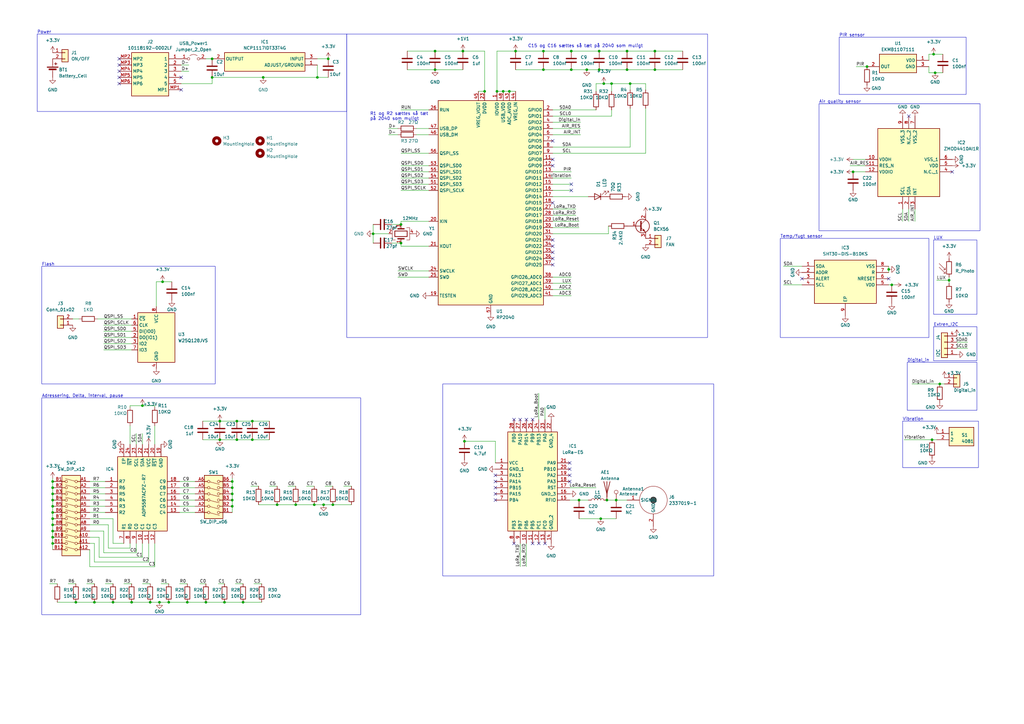
<source format=kicad_sch>
(kicad_sch (version 20230121) (generator eeschema)
  (paper "A3")
  (junction (at 21.59 205.105))
  (junction (at 130.175 31.75))
  (junction (at 65.405 247.015))
  (junction (at 237.49 205.105))
  (junction (at 21.59 220.345))
  (junction (at 258.445 34.29))
  (junction (at 240.665 28.575))
  (junction (at 136.525 207.01))
  (junction (at 211.455 20.955))
  (junction (at 250.825 34.29))
  (junction (at 268.605 20.955))
  (junction (at 247.65 34.29))
  (junction (at 246.38 212.725))
  (junction (at 382.905 22.225))
  (junction (at 164.465 92.075))
  (junction (at 21.59 215.265))
  (junction (at 86.995 24.13))
  (junction (at 134.62 24.13))
  (junction (at 257.175 20.955))
  (junction (at 257.175 28.575))
  (junction (at 190.5 180.975))
  (junction (at 92.075 247.015))
  (junction (at 245.745 28.575))
  (junction (at 268.605 28.575))
  (junction (at 234.315 28.575))
  (junction (at 97.155 180.34))
  (junction (at 21.59 202.565))
  (junction (at 222.885 20.955))
  (junction (at 95.25 205.105))
  (junction (at 234.315 20.955))
  (junction (at 21.59 197.485))
  (junction (at 99.695 247.015))
  (junction (at 128.905 207.01))
  (junction (at 189.865 20.955))
  (junction (at 206.375 37.465))
  (junction (at 389.255 114.935))
  (junction (at 84.455 247.015))
  (junction (at 121.285 207.01))
  (junction (at 203.835 37.465))
  (junction (at 90.17 172.72))
  (junction (at 208.915 37.465))
  (junction (at 58.42 166.37))
  (junction (at 69.215 247.015))
  (junction (at 113.665 207.01))
  (junction (at 132.715 207.01))
  (junction (at 21.59 207.645))
  (junction (at 21.59 222.885))
  (junction (at 21.59 210.185))
  (junction (at 95.25 200.025))
  (junction (at 382.27 180.34))
  (junction (at 365.76 116.84))
  (junction (at 252.73 205.105))
  (junction (at 21.59 200.025))
  (junction (at 107.95 31.75))
  (junction (at 95.25 207.645))
  (junction (at 86.995 31.75))
  (junction (at 97.155 172.72))
  (junction (at 38.735 247.015))
  (junction (at 164.465 99.695))
  (junction (at 385.445 157.48))
  (junction (at 364.49 110.49))
  (junction (at 198.755 37.465))
  (junction (at 248.92 205.105))
  (junction (at 90.17 180.34))
  (junction (at 21.59 212.725))
  (junction (at 153.035 95.885))
  (junction (at 46.355 247.015))
  (junction (at 61.595 247.015))
  (junction (at 76.835 247.015))
  (junction (at 95.25 197.485))
  (junction (at 103.505 172.72))
  (junction (at 103.505 180.34))
  (junction (at 21.59 217.805))
  (junction (at 53.975 247.015))
  (junction (at 66.675 115.57))
  (junction (at 178.435 20.955))
  (junction (at 222.885 28.575))
  (junction (at 31.115 247.015))
  (junction (at 349.885 70.485))
  (junction (at 178.435 28.575))
  (junction (at 245.745 20.955))
  (junction (at 383.54 29.845))
  (junction (at 95.25 202.565))
  (junction (at 355.6 27.305))
  (no_connect (at 233.68 197.485))
  (no_connect (at 226.695 65.405))
  (no_connect (at 213.36 172.085))
  (no_connect (at 234.315 78.105))
  (no_connect (at 203.2 202.565))
  (no_connect (at 234.315 75.565))
  (no_connect (at 48.895 31.75))
  (no_connect (at 226.695 100.965))
  (no_connect (at 233.68 194.945))
  (no_connect (at 203.2 194.945))
  (no_connect (at 203.2 197.485))
  (no_connect (at 233.68 192.405))
  (no_connect (at 226.695 67.945))
  (no_connect (at 372.745 47.625))
  (no_connect (at 226.695 106.045))
  (no_connect (at 364.49 114.3))
  (no_connect (at 226.695 103.505))
  (no_connect (at 210.82 222.885))
  (no_connect (at 48.895 34.29))
  (no_connect (at 48.895 29.21))
  (no_connect (at 48.895 26.67))
  (no_connect (at 218.44 172.085))
  (no_connect (at 203.2 200.025))
  (no_connect (at 226.695 83.185))
  (no_connect (at 226.695 108.585))
  (no_connect (at 226.695 57.785))
  (no_connect (at 390.525 70.485))
  (no_connect (at 226.695 98.425))
  (no_connect (at 233.68 189.865))
  (no_connect (at 74.295 36.83))
  (no_connect (at 328.93 114.3))
  (no_connect (at 215.9 172.085))
  (no_connect (at 218.44 222.885))
  (no_connect (at 48.895 24.13))
  (no_connect (at 220.98 222.885))
  (no_connect (at 203.2 205.105))
  (no_connect (at 223.52 222.885))
  (no_connect (at 74.295 31.75))
  (no_connect (at 210.82 172.085))
  (wire (pts (xy 164.465 78.105) (xy 175.895 78.105)))
  (wire (pts (xy 159.385 55.245) (xy 163.195 55.245)))
  (wire (pts (xy 189.865 20.955) (xy 198.755 20.955)))
  (wire (pts (xy 42.545 133.35) (xy 53.975 133.35)))
  (wire (pts (xy 349.885 70.485) (xy 354.965 70.485)))
  (wire (pts (xy 95.25 197.485) (xy 95.25 200.025)))
  (wire (pts (xy 20.32 239.395) (xy 23.495 239.395)))
  (wire (pts (xy 163.195 111.125) (xy 175.895 111.125)))
  (wire (pts (xy 250.825 34.29) (xy 250.825 37.465)))
  (wire (pts (xy 372.745 85.725) (xy 372.745 90.805)))
  (wire (pts (xy 63.5 167.005) (xy 63.5 166.37)))
  (wire (pts (xy 118.11 199.39) (xy 121.285 199.39)))
  (wire (pts (xy 58.42 177.8) (xy 58.42 182.245)))
  (wire (pts (xy 246.38 212.725) (xy 252.73 212.725)))
  (wire (pts (xy 160.655 99.695) (xy 164.465 99.695)))
  (wire (pts (xy 223.52 167.005) (xy 223.52 172.085)))
  (wire (pts (xy 38.735 247.015) (xy 46.355 247.015)))
  (wire (pts (xy 42.545 138.43) (xy 53.975 138.43)))
  (wire (pts (xy 58.42 166.37) (xy 63.5 166.37)))
  (wire (pts (xy 268.605 28.575) (xy 280.035 28.575)))
  (wire (pts (xy 95.25 202.565) (xy 95.25 205.105)))
  (wire (pts (xy 208.915 37.465) (xy 211.455 37.465)))
  (wire (pts (xy 106.045 207.01) (xy 113.665 207.01)))
  (wire (pts (xy 103.505 172.72) (xy 110.49 172.72)))
  (wire (pts (xy 374.015 157.48) (xy 385.445 157.48)))
  (wire (pts (xy 237.49 205.105) (xy 241.3 205.105)))
  (wire (pts (xy 103.505 180.34) (xy 110.49 180.34)))
  (wire (pts (xy 382.905 22.225) (xy 381 22.225)))
  (wire (pts (xy 233.68 205.105) (xy 237.49 205.105)))
  (wire (pts (xy 164.465 75.565) (xy 175.895 75.565)))
  (wire (pts (xy 58.42 239.395) (xy 61.595 239.395)))
  (wire (pts (xy 248.92 205.105) (xy 252.73 205.105)))
  (wire (pts (xy 226.695 80.645) (xy 241.3 80.645)))
  (wire (pts (xy 64.135 115.57) (xy 66.675 115.57)))
  (wire (pts (xy 163.195 113.665) (xy 175.895 113.665)))
  (wire (pts (xy 257.175 20.955) (xy 245.745 20.955)))
  (wire (pts (xy 348.615 67.945) (xy 354.965 67.945)))
  (wire (pts (xy 140.97 199.39) (xy 144.145 199.39)))
  (wire (pts (xy 203.835 37.465) (xy 206.375 37.465)))
  (wire (pts (xy 95.25 205.105) (xy 95.25 207.645)))
  (wire (pts (xy 104.14 239.395) (xy 107.315 239.395)))
  (wire (pts (xy 153.035 92.075) (xy 153.035 95.885)))
  (wire (pts (xy 73.66 202.565) (xy 80.01 202.565)))
  (wire (pts (xy 250.825 34.29) (xy 258.445 34.29)))
  (wire (pts (xy 66.675 115.57) (xy 70.485 115.57)))
  (wire (pts (xy 364.49 109.22) (xy 364.49 110.49)))
  (wire (pts (xy 21.59 220.345) (xy 21.59 222.885)))
  (wire (pts (xy 21.59 202.565) (xy 21.59 205.105)))
  (wire (pts (xy 38.735 239.395) (xy 35.56 239.395)))
  (wire (pts (xy 43.18 239.395) (xy 46.355 239.395)))
  (wire (pts (xy 107.95 31.75) (xy 130.175 31.75)))
  (wire (pts (xy 92.075 247.015) (xy 99.695 247.015)))
  (wire (pts (xy 113.665 207.01) (xy 121.285 207.01)))
  (wire (pts (xy 153.035 95.885) (xy 159.385 95.885)))
  (wire (pts (xy 36.83 220.345) (xy 40.64 220.345)))
  (wire (pts (xy 206.375 37.465) (xy 208.915 37.465)))
  (wire (pts (xy 74.295 34.29) (xy 86.995 34.29)))
  (wire (pts (xy 53.34 174.625) (xy 53.34 182.245)))
  (wire (pts (xy 164.465 62.865) (xy 175.895 62.865)))
  (wire (pts (xy 153.035 95.885) (xy 153.035 99.695)))
  (wire (pts (xy 73.66 200.025) (xy 80.01 200.025)))
  (wire (pts (xy 226.695 62.865) (xy 264.795 62.865)))
  (wire (pts (xy 280.035 20.955) (xy 268.605 20.955)))
  (wire (pts (xy 364.49 116.84) (xy 365.76 116.84)))
  (wire (pts (xy 226.695 52.705) (xy 238.125 52.705)))
  (wire (pts (xy 63.5 232.41) (xy 63.5 222.885)))
  (wire (pts (xy 76.835 247.015) (xy 84.455 247.015)))
  (wire (pts (xy 268.605 20.955) (xy 257.175 20.955)))
  (wire (pts (xy 167.005 28.575) (xy 178.435 28.575)))
  (wire (pts (xy 164.465 73.025) (xy 175.895 73.025)))
  (wire (pts (xy 196.215 37.465) (xy 198.755 37.465)))
  (wire (pts (xy 21.59 210.185) (xy 21.59 212.725)))
  (wire (pts (xy 36.83 222.885) (xy 38.735 222.885)))
  (wire (pts (xy 46.355 212.725) (xy 36.83 212.725)))
  (wire (pts (xy 42.545 140.97) (xy 53.975 140.97)))
  (wire (pts (xy 121.285 207.01) (xy 128.905 207.01)))
  (wire (pts (xy 175.895 100.965) (xy 164.465 100.965)))
  (wire (pts (xy 63.5 174.625) (xy 63.5 182.245)))
  (wire (pts (xy 74.295 26.67) (xy 77.47 26.67)))
  (wire (pts (xy 226.695 90.805) (xy 237.49 90.805)))
  (wire (pts (xy 226.695 47.625) (xy 250.825 47.625)))
  (wire (pts (xy 40.64 220.345) (xy 40.64 228.6)))
  (wire (pts (xy 164.465 45.085) (xy 175.895 45.085)))
  (wire (pts (xy 215.9 222.885) (xy 215.9 232.41)))
  (wire (pts (xy 128.905 207.01) (xy 132.715 207.01)))
  (wire (pts (xy 36.83 205.105) (xy 43.18 205.105)))
  (wire (pts (xy 73.66 207.645) (xy 80.01 207.645)))
  (wire (pts (xy 226.695 85.725) (xy 236.22 85.725)))
  (wire (pts (xy 36.83 197.485) (xy 43.18 197.485)))
  (wire (pts (xy 53.34 224.79) (xy 44.45 224.79)))
  (wire (pts (xy 249.555 95.885) (xy 249.555 92.71)))
  (wire (pts (xy 264.795 62.865) (xy 264.795 44.45)))
  (wire (pts (xy 86.995 34.29) (xy 86.995 31.75)))
  (wire (pts (xy 38.735 222.885) (xy 38.735 230.505)))
  (wire (pts (xy 203.2 189.865) (xy 203.2 180.975)))
  (wire (pts (xy 90.17 172.72) (xy 83.185 172.72)))
  (wire (pts (xy 136.525 207.01) (xy 144.145 207.01)))
  (wire (pts (xy 237.49 212.725) (xy 246.38 212.725)))
  (wire (pts (xy 96.52 239.395) (xy 99.695 239.395)))
  (wire (pts (xy 73.66 210.185) (xy 80.01 210.185)))
  (wire (pts (xy 53.34 166.37) (xy 53.34 167.005)))
  (wire (pts (xy 370.205 85.725) (xy 370.205 90.805)))
  (wire (pts (xy 46.355 247.015) (xy 53.975 247.015)))
  (wire (pts (xy 226.695 55.245) (xy 238.125 55.245)))
  (wire (pts (xy 178.435 28.575) (xy 189.865 28.575)))
  (wire (pts (xy 382.27 180.34) (xy 384.175 180.34)))
  (wire (pts (xy 53.34 166.37) (xy 58.42 166.37)))
  (wire (pts (xy 36.83 202.565) (xy 43.18 202.565)))
  (wire (pts (xy 328.93 109.22) (xy 321.31 109.22)))
  (wire (pts (xy 226.695 70.485) (xy 234.315 70.485)))
  (wire (pts (xy 23.495 247.015) (xy 31.115 247.015)))
  (wire (pts (xy 392.43 142.875) (xy 396.875 142.875)))
  (wire (pts (xy 365.76 116.84) (xy 367.03 116.84)))
  (wire (pts (xy 81.915 239.395) (xy 84.455 239.395)))
  (wire (pts (xy 370.84 180.34) (xy 382.27 180.34)))
  (wire (pts (xy 36.83 232.41) (xy 63.5 232.41)))
  (wire (pts (xy 42.545 143.51) (xy 53.975 143.51)))
  (wire (pts (xy 381 22.225) (xy 381 24.765)))
  (wire (pts (xy 386.715 22.225) (xy 382.905 22.225)))
  (wire (pts (xy 130.175 26.67) (xy 130.175 31.75)))
  (wire (pts (xy 364.49 110.49) (xy 364.49 111.76)))
  (wire (pts (xy 90.17 180.34) (xy 83.185 180.34)))
  (wire (pts (xy 170.815 52.705) (xy 175.895 52.705)))
  (wire (pts (xy 95.25 200.025) (xy 95.25 202.565)))
  (wire (pts (xy 349.885 65.405) (xy 354.965 65.405)))
  (wire (pts (xy 60.96 230.505) (xy 60.96 222.885)))
  (wire (pts (xy 211.455 20.955) (xy 203.835 20.955)))
  (wire (pts (xy 110.49 199.39) (xy 113.665 199.39)))
  (wire (pts (xy 125.73 199.39) (xy 128.905 199.39)))
  (wire (pts (xy 21.59 205.105) (xy 21.59 207.645)))
  (wire (pts (xy 21.59 207.645) (xy 21.59 210.185)))
  (wire (pts (xy 38.735 230.505) (xy 60.96 230.505)))
  (wire (pts (xy 240.665 28.575) (xy 245.745 28.575)))
  (wire (pts (xy 21.59 200.025) (xy 21.59 202.565)))
  (wire (pts (xy 226.695 113.665) (xy 234.315 113.665)))
  (wire (pts (xy 381 29.845) (xy 381 27.305)))
  (wire (pts (xy 234.315 20.955) (xy 222.885 20.955)))
  (wire (pts (xy 250.825 45.085) (xy 250.825 47.625)))
  (wire (pts (xy 386.715 29.845) (xy 383.54 29.845)))
  (wire (pts (xy 36.83 210.185) (xy 43.18 210.185)))
  (wire (pts (xy 245.745 28.575) (xy 257.175 28.575)))
  (wire (pts (xy 21.59 217.805) (xy 21.59 220.345)))
  (wire (pts (xy 53.975 247.015) (xy 61.595 247.015)))
  (wire (pts (xy 226.695 118.745) (xy 234.315 118.745)))
  (wire (pts (xy 46.355 222.885) (xy 46.355 212.725)))
  (wire (pts (xy 198.755 20.955) (xy 198.755 37.465)))
  (wire (pts (xy 175.895 90.805) (xy 164.465 90.805)))
  (wire (pts (xy 89.535 239.395) (xy 92.075 239.395)))
  (wire (pts (xy 21.59 197.485) (xy 21.59 200.025)))
  (wire (pts (xy 130.175 24.13) (xy 134.62 24.13)))
  (wire (pts (xy 99.695 247.015) (xy 107.315 247.015)))
  (wire (pts (xy 42.545 135.89) (xy 53.975 135.89)))
  (wire (pts (xy 86.995 31.75) (xy 107.95 31.75)))
  (wire (pts (xy 66.04 239.395) (xy 69.215 239.395)))
  (wire (pts (xy 40.64 228.6) (xy 58.42 228.6)))
  (wire (pts (xy 351.155 27.305) (xy 355.6 27.305)))
  (wire (pts (xy 245.745 20.955) (xy 234.315 20.955)))
  (wire (pts (xy 226.695 78.105) (xy 234.315 78.105)))
  (wire (pts (xy 159.385 52.705) (xy 163.195 52.705)))
  (wire (pts (xy 102.87 199.39) (xy 106.045 199.39)))
  (wire (pts (xy 53.34 222.885) (xy 53.34 224.79)))
  (wire (pts (xy 50.8 222.885) (xy 46.355 222.885)))
  (wire (pts (xy 69.215 247.015) (xy 76.835 247.015)))
  (wire (pts (xy 392.43 140.335) (xy 396.875 140.335)))
  (wire (pts (xy 97.155 180.34) (xy 90.17 180.34)))
  (wire (pts (xy 226.695 75.565) (xy 234.315 75.565)))
  (wire (pts (xy 21.59 215.265) (xy 21.59 217.805)))
  (wire (pts (xy 133.35 199.39) (xy 136.525 199.39)))
  (wire (pts (xy 36.83 207.645) (xy 43.18 207.645)))
  (wire (pts (xy 65.405 247.015) (xy 69.215 247.015)))
  (wire (pts (xy 226.695 93.345) (xy 237.49 93.345)))
  (wire (pts (xy 44.45 215.265) (xy 36.83 215.265)))
  (wire (pts (xy 238.125 50.165) (xy 226.695 50.165)))
  (wire (pts (xy 203.835 20.955) (xy 203.835 37.465)))
  (wire (pts (xy 203.2 180.975) (xy 190.5 180.975)))
  (wire (pts (xy 375.285 85.725) (xy 375.285 90.805)))
  (wire (pts (xy 226.695 45.085) (xy 244.475 45.085)))
  (wire (pts (xy 258.445 36.83) (xy 258.445 34.29)))
  (wire (pts (xy 160.655 92.075) (xy 164.465 92.075)))
  (wire (pts (xy 29.845 130.81) (xy 32.385 130.81)))
  (wire (pts (xy 213.36 222.885) (xy 213.36 232.41)))
  (wire (pts (xy 55.88 177.8) (xy 55.88 182.245)))
  (wire (pts (xy 132.715 207.01) (xy 136.525 207.01)))
  (wire (pts (xy 64.135 125.73) (xy 64.135 115.57)))
  (wire (pts (xy 50.8 239.395) (xy 53.975 239.395)))
  (wire (pts (xy 258.445 34.29) (xy 264.795 34.29)))
  (wire (pts (xy 384.175 114.935) (xy 389.255 114.935)))
  (wire (pts (xy 58.42 228.6) (xy 58.42 222.885)))
  (wire (pts (xy 264.795 36.83) (xy 264.795 34.29)))
  (wire (pts (xy 381 29.845) (xy 383.54 29.845)))
  (wire (pts (xy 234.315 28.575) (xy 240.665 28.575)))
  (wire (pts (xy 211.455 28.575) (xy 222.885 28.575)))
  (wire (pts (xy 42.545 226.695) (xy 42.545 217.805)))
  (wire (pts (xy 73.66 197.485) (xy 80.01 197.485)))
  (wire (pts (xy 44.45 224.79) (xy 44.45 215.265)))
  (wire (pts (xy 178.435 20.955) (xy 189.865 20.955)))
  (wire (pts (xy 55.88 226.695) (xy 42.545 226.695)))
  (wire (pts (xy 226.695 116.205) (xy 234.315 116.205)))
  (wire (pts (xy 252.73 205.105) (xy 257.175 205.105)))
  (wire (pts (xy 36.83 200.025) (xy 43.18 200.025)))
  (wire (pts (xy 170.815 55.245) (xy 175.895 55.245)))
  (wire (pts (xy 226.695 73.025) (xy 234.315 73.025)))
  (wire (pts (xy 21.59 222.885) (xy 21.59 225.425)))
  (wire (pts (xy 73.66 205.105) (xy 80.01 205.105)))
  (wire (pts (xy 226.695 88.265) (xy 236.22 88.265)))
  (wire (pts (xy 40.005 130.81) (xy 53.975 130.81)))
  (wire (pts (xy 226.695 60.325) (xy 258.445 60.325)))
  (wire (pts (xy 167.005 20.955) (xy 178.435 20.955)))
  (wire (pts (xy 42.545 217.805) (xy 36.83 217.805)))
  (wire (pts (xy 95.25 207.645) (xy 95.25 210.185)))
  (wire (pts (xy 84.455 24.13) (xy 86.995 24.13)))
  (wire (pts (xy 385.445 157.48) (xy 387.35 157.48)))
  (wire (pts (xy 226.695 95.885) (xy 249.555 95.885)))
  (wire (pts (xy 389.255 113.665) (xy 389.255 114.935)))
  (wire (pts (xy 31.115 247.015) (xy 38.735 247.015)))
  (wire (pts (xy 61.595 247.015) (xy 65.405 247.015)))
  (wire (pts (xy 222.885 28.575) (xy 234.315 28.575)))
  (wire (pts (xy 220.98 172.085) (xy 220.98 161.29)))
  (wire (pts (xy 95.25 196.215) (xy 95.25 197.485)))
  (wire (pts (xy 257.175 28.575) (xy 268.605 28.575)))
  (wire (pts (xy 90.17 172.72) (xy 97.155 172.72)))
  (wire (pts (xy 97.155 172.72) (xy 103.505 172.72)))
  (wire (pts (xy 258.445 44.45) (xy 258.445 60.325)))
  (wire (pts (xy 164.465 70.485) (xy 175.895 70.485)))
  (wire (pts (xy 164.465 90.805) (xy 164.465 92.075)))
  (wire (pts (xy 21.59 196.215) (xy 21.59 197.485)))
  (wire (pts (xy 164.465 67.945) (xy 175.895 67.945)))
  (wire (pts (xy 244.475 37.465) (xy 244.475 34.29)))
  (wire (pts (xy 36.83 225.425) (xy 36.83 232.41)))
  (wire (pts (xy 226.695 121.285) (xy 234.315 121.285)))
  (wire (pts (xy 164.465 100.965) (xy 164.465 99.695)))
  (wire (pts (xy 97.155 180.34) (xy 103.505 180.34)))
  (wire (pts (xy 55.88 222.885) (xy 55.88 226.695)))
  (wire (pts (xy 389.255 114.935) (xy 389.255 116.205)))
  (wire (pts (xy 27.94 239.395) (xy 31.115 239.395)))
  (wire (pts (xy 84.455 247.015) (xy 92.075 247.015)))
  (wire (pts (xy 233.68 200.025) (xy 244.475 200.025)))
  (wire (pts (xy 247.65 34.29) (xy 250.825 34.29)))
  (wire (pts (xy 73.66 239.395) (xy 76.835 239.395)))
  (wire (pts (xy 74.295 29.21) (xy 77.47 29.21)))
  (wire (pts (xy 130.175 31.75) (xy 134.62 31.75)))
  (wire (pts (xy 244.475 34.29) (xy 247.65 34.29)))
  (wire (pts (xy 328.93 116.84) (xy 321.31 116.84)))
  (wire (pts (xy 21.59 212.725) (xy 21.59 215.265)))
  (wire (pts (xy 222.885 20.955) (xy 211.455 20.955)))
  (rectangle (start 370.205 172.72) (end 401.32 191.77))
  (rectangle (start 372.11 148.59) (end 400.685 168.275))
  (rectangle (start 382.905 98.425) (end 400.685 128.905))
  (rectangle (start 181.61 157.48) (end 292.735 236.22))
  (rectangle (start 142.24 13.97) (end 290.195 138.43))
  (rectangle (start 17.145 109.22) (end 88.265 157.48))
  (rectangle (start 335.915 42.545) (end 401.955 94.615))
  (rectangle (start 15.24 13.97) (end 142.24 45.72))
  (rectangle (start 320.04 97.79) (end 381 138.43))
  (rectangle (start 17.145 163.195) (end 147.955 252.095))
  (rectangle (start 344.17 15.24) (end 396.24 38.735))
  (rectangle (start 382.905 133.985) (end 400.685 147.955))
  (text "Power\n" (at 15.24 13.97 0) (effects (font (size 1.27 1.27)) (justify left bottom)))
  (text "R1 og R2 sættes så tæt \npå 2040 som muligt" (at 151.765 49.53 0) (effects (font (size 1.27 1.27)) (justify left bottom)))
  (text "Digital_in" (at 372.11 148.59 0) (effects (font (size 1.27 1.27)) (justify left bottom)))
  (text "Flash\n" (at 17.145 109.22 0) (effects (font (size 1.27 1.27)) (justify left bottom)))
  (text "C15 og C16 sættes så tæt på 2040 som muligt" (at 216.535 19.685 0) (effects (font (size 1.27 1.27)) (justify left bottom)))
  (text "Air quality sensor" (at 335.915 42.545 0) (effects (font (size 1.27 1.27)) (justify left bottom)))
  (text "Vibration" (at 370.205 172.72 0) (effects (font (size 1.27 1.27)) (justify left bottom)))
  (text "Temp/fugt sensor" (at 320.04 97.79 0) (effects (font (size 1.27 1.27)) (justify left bottom)))
  (text "Extren_I2C\n" (at 382.905 133.985 0) (effects (font (size 1.27 1.27)) (justify left bottom)))
  (text "Adressering, Delta, interval, pause" (at 17.145 163.195 0) (effects (font (size 1.27 1.27)) (justify left bottom)))
  (text "PIR sensor" (at 344.17 15.24 0) (effects (font (size 1.27 1.27)) (justify left bottom)))
  (text "LUX\n" (at 382.905 98.425 0) (effects (font (size 1.27 1.27)) (justify left bottom)))
  (label "PIR" (at 234.315 70.485 180))
  (label "SWD" (at 163.195 113.665 0))
  (label "C1" (at 89.535 239.395 0))
  (label "LoRa_Reset" (at 237.49 90.805 180))
  (label "PA0" (at 223.52 167.005 270))
  (label "QSPI_SS" (at 164.465 62.865 0))
  (label "R4" (at 38.1 205.105 0))
  (label "SCL" (at 55.88 177.8 270))
  (label "Digital_in" (at 238.125 50.165 180))
  (label "C8" (at 74.93 200.025 0))
  (label "C5" (at 74.93 207.645 0))
  (label "SDA" (at 58.42 177.8 270))
  (label "QSPI_SCLK" (at 164.465 78.105 0))
  (label "SCL" (at 370.205 90.805 90))
  (label "QSPI_SD1" (at 42.545 138.43 0))
  (label "ADC3" (at 234.315 121.285 180))
  (label "R5" (at 38.1 202.565 0))
  (label "AIR_INT" (at 238.125 55.245 180))
  (label "RUN" (at 164.465 45.085 0))
  (label "LoRa_TXD" (at 213.36 232.41 90))
  (label "Vibration" (at 370.84 180.34 0))
  (label "D-" (at 77.47 26.67 180))
  (label "QSPI_SS" (at 42.545 130.81 0))
  (label "R6" (at 38.1 200.025 0))
  (label "SDA0" (at 234.315 45.085 180))
  (label "C2" (at 96.52 239.395 0))
  (label "SDA" (at 234.315 60.325 180))
  (label "QSPI_SCLK" (at 42.545 133.35 0))
  (label "R0" (at 38.1 215.265 0))
  (label "C6" (at 118.11 199.39 0))
  (label "R2" (at 38.1 210.185 0))
  (label "C2" (at 58.42 230.505 0))
  (label "C5" (at 110.49 199.39 0))
  (label "C6" (at 74.93 205.105 0))
  (label "R1" (at 66.04 239.395 0))
  (label "R6" (at 27.94 239.395 0))
  (label "LoRa_Boot" (at 220.98 161.29 270))
  (label "SWCLK" (at 163.195 111.125 0))
  (label "LoRa_Boot" (at 237.49 93.345 180))
  (label "AIR_RES" (at 348.615 67.945 0))
  (label "C7" (at 125.73 199.39 0))
  (label "Vibration" (at 234.315 73.025 180))
  (label "R5" (at 35.56 239.395 0))
  (label "ADC0" (at 234.315 113.665 180))
  (label "SCL0" (at 396.875 142.875 180))
  (label "SCL" (at 234.315 62.865 180))
  (label "SDA0" (at 396.875 140.335 180))
  (label "R0" (at 73.66 239.395 0))
  (label "QSPI_SD0" (at 42.545 135.89 0))
  (label "C3" (at 60.96 232.41 0))
  (label "R2" (at 58.42 239.395 0))
  (label "LUX" (at 234.315 116.205 180))
  (label "C9" (at 74.93 197.485 0))
  (label "C0" (at 81.915 239.395 0))
  (label "QSPI_SD2" (at 164.465 73.025 0))
  (label "C4" (at 74.93 210.185 0))
  (label "C3" (at 104.14 239.395 0))
  (label "R1" (at 38.1 212.725 0))
  (label "LoRa_Reset" (at 244.475 200.025 180))
  (label "LoRa_TXD" (at 236.22 85.725 180))
  (label "D+" (at 159.385 52.705 0))
  (label "R4" (at 43.18 239.395 0))
  (label "C7" (at 74.93 202.565 0))
  (label "Digital_in" (at 374.015 157.48 0))
  (label "SCL0" (at 234.315 47.625 180))
  (label "LoRa_RXD" (at 215.9 232.41 90))
  (label "PIR" (at 351.155 27.305 0))
  (label "C9" (at 140.97 199.39 0))
  (label "QSPI_SD3" (at 164.465 75.565 0))
  (label "QSPI_SD2" (at 42.545 140.97 0))
  (label "LUX" (at 384.175 114.935 0))
  (label "AIR_RES" (at 238.125 52.705 180))
  (label "AIR_INT" (at 375.285 90.805 90))
  (label "QSPI_SD3" (at 42.545 143.51 0))
  (label "SDA" (at 321.31 109.22 0))
  (label "R7" (at 20.32 239.395 0))
  (label "C1" (at 55.88 228.6 0))
  (label "R3" (at 50.8 239.395 0))
  (label "C4" (at 102.87 199.39 0))
  (label "D-" (at 159.385 55.245 0))
  (label "R3" (at 38.1 207.645 0))
  (label "D+" (at 77.47 29.21 180))
  (label "C8" (at 133.35 199.39 0))
  (label "SCL" (at 321.31 116.84 0))
  (label "LoRa_RXD" (at 236.22 88.265 180))
  (label "SDA" (at 372.745 90.805 90))
  (label "C0" (at 53.34 226.695 0))
  (label "R7" (at 38.1 197.485 0))
  (label "QSPI_SD1" (at 164.465 70.485 0))
  (label "ADC2" (at 234.315 118.745 180))
  (label "QSPI_SD0" (at 164.465 67.945 0))
  (symbol (lib_id "Device:C") (at 211.455 24.765 0) (unit 1)
    (property "Reference" "C7" (at 215.265 23.495 0) (effects (justify left)))
    (property "Value" "1uf" (at 215.265 26.035 0) (effects (justify left)))
    (property "Footprint" "Capacitor_SMD:C_0603_1608Metric" (effects hide))
    (property "JLCPCB" "C1592" (effects hide))
    (property "JLC" "C1592" (effects hide))
  )
  (symbol (lib_id "power:+3.3V") (at 367.03 116.84 270) (unit 1)
    (property "Reference" "#PWR024" (effects hide))
    (property "Value" "+3.3V" (at 370.84 116.84 90) (effects (justify left)))
  )
  (symbol (lib_id "Connector_Generic:Conn_01x04") (at 387.35 142.875 180) (unit 1)
    (property "Reference" "J4" (at 384.81 138.43 90))
    (property "Value" "I2C" (at 384.81 144.78 90))
    (property "Footprint" "Connector_PinHeader_2.54mm:PinHeader_1x04_P2.54mm_Vertical" (effects hide))
  )
  (symbol (lib_id "SamacSys_Parts2:10118192-0002LF") (at 74.295 24.13 0) (mirror y) (unit 1)
    (property "Reference" "J2" (at 61.595 17.145 0))
    (property "Value" "10118192-0002LF" (at 61.595 19.685 0))
    (property "Footprint" "101181920002LF" (effects hide))
    (property "Datasheet" "https://cdn.amphenol-cs.com/media/wysiwyg/files/drawing/10118192.pdf" (effects hide))
    (property "Height" "3.08" (effects hide))
    (property "Manufacturer_Name" "Amphenol Communications Solutions-FCI" (effects hide))
    (property "Manufacturer_Part_Number" "10118192-0002LF" (effects hide))
    (property "Arrow Part Number" "10118192-0002LF" (effects hide))
    (property "Arrow Price/Stock" "https://www.arrow.com/en/products/10118192-0002lf/amphenol-fci?region=nac" (effects hide))
    (property "JLC" "C2972784" (effects hide))
    (property "JLCPCB" "C2972784" (effects hide))
  )
  (symbol (lib_id "power:GND") (at 355.6 34.925 0) (unit 1)
    (property "Reference" "#PWR07" (effects hide))
    (property "Value" "GND" (at 359.41 36.195 0))
  )
  (symbol (lib_id "power:GND") (at 21.59 31.75 0) (unit 1)
    (property "Reference" "#PWR05" (effects hide))
    (property "Value" "GND" (at 21.59 36.83 0))
  )
  (symbol (lib_id "Device:C") (at 252.73 208.915 0) (unit 1)
    (property "Reference" "C21" (at 256.54 207.645 0) (effects (justify left)))
    (property "Value" "NC" (at 256.54 210.185 0) (effects (justify left)))
    (property "Footprint" "Capacitor_SMD:C_0402_1005Metric" (effects hide))
  )
  (symbol (lib_id "power:GND") (at 370.205 47.625 180) (unit 1)
    (property "Reference" "#PWR08" (effects hide))
    (property "Value" "GND" (at 370.205 43.815 0))
  )
  (symbol (lib_id "Switch:SW_DIP_x12") (at 29.21 212.725 0) (mirror y) (unit 1)
    (property "Reference" "SW2" (at 29.21 189.865 0))
    (property "Value" "SW_DIP_x12" (at 29.21 192.405 0))
    (property "Footprint" "SamacSys_Parts3:21912LPST" (effects hide))
  )
  (symbol (lib_id "Device:C") (at 280.035 24.765 0) (unit 1)
    (property "Reference" "C13" (at 283.845 23.495 0) (effects (justify left)))
    (property "Value" "100nf" (at 283.845 26.035 0) (effects (justify left)))
    (property "Footprint" "Capacitor_SMD:C_0402_1005Metric" (effects hide))
    (property "JLCPCB" "C1525" (effects hide))
    (property "JLC" "C1525" (effects hide))
  )
  (symbol (lib_id "power:GND") (at 50.8 182.245 270) (unit 1)
    (property "Reference" "#PWR043" (effects hide))
    (property "Value" "GND" (at 46.99 182.245 0))
  )
  (symbol (lib_id "Device:C") (at 110.49 176.53 0) (unit 1)
    (property "Reference" "C26" (at 106.045 173.99 0) (effects (justify left)))
    (property "Value" "10uf" (at 105.41 179.07 0) (effects (justify left)))
    (property "Footprint" "Capacitor_SMD:C_0805_2012Metric" (effects hide))
    (property "JLCPCB" "C15850" (effects hide))
    (property "JLC" "C15850" (effects hide))
  )
  (symbol (lib_id "Device:C") (at 83.185 176.53 0) (mirror y) (unit 1)
    (property "Reference" "C18" (at 79.375 175.26 0) (effects (justify left)))
    (property "Value" "1uf" (at 79.375 177.8 0) (effects (justify left)))
    (property "Footprint" "Capacitor_SMD:C_0603_1608Metric" (effects hide))
    (property "JLCPCB" "C1592" (effects hide))
    (property "JLC" "C1592" (effects hide))
  )
  (symbol (lib_id "SamacSys_Parts:EKMB1107111") (at 381 27.305 180) (unit 1)
    (property "Reference" "U1" (at 368.3 17.78 0))
    (property "Value" "EKMB1107111" (at 368.3 20.32 0))
    (property "Footprint" "EKMB1107111" (effects hide))
    (property "Datasheet" "https://na.industrial.panasonic.com/file-download/4671" (effects hide))
    (property "Height" "11.4" (effects hide))
    (property "Manufacturer_Name" "Panasonic" (effects hide))
    (property "Manufacturer_Part_Number" "EKMB1107111" (effects hide))
    (property "Mouser Part Number" "769-EKMB1107111" (effects hide))
    (property "Mouser Price/Stock" "https://www.mouser.co.uk/ProductDetail/Panasonic/EKMB1107111?qs=17u8i%2FzlE89k1mKn%2F25SZA%3D%3D" (effects hide))
    (property "Arrow Part Number" "EKMB1107111" (effects hide))
    (property "Arrow Price/Stock" "https://www.arrow.com/en/products/ekmb1107111/panasonic" (effects hide))
  )
  (symbol (lib_id "power:GND") (at 375.285 47.625 180) (unit 1)
    (property "Reference" "#PWR09" (effects hide))
    (property "Value" "GND" (at 375.285 43.815 0))
  )
  (symbol (lib_id "SamacSys_Parts2:4081") (at 384.175 177.8 0) (unit 1)
    (property "Reference" "S1" (at 394.335 178.435 0) (effects (justify left)))
    (property "Value" "4081" (at 394.335 180.975 0) (effects (justify left)))
    (property "Footprint" "4081" (effects hide))
    (property "Datasheet" "https://mm.digikey.com/Volume0/opasdata/d220001/medias/docus/311/4081_Web.pdf" (effects hide))
    (property "Height" "5.8" (effects hide))
    (property "Manufacturer_Name" "Adafruit" (effects hide))
    (property "Manufacturer_Part_Number" "4081" (effects hide))
    (property "Mouser Part Number" "485-4081" (effects hide))
    (property "Mouser Price/Stock" "https://www.mouser.co.uk/ProductDetail/Adafruit/4081?qs=vLWxofP3U2ypipoZplSnyg%3D%3D" (effects hide))
    (property "Arrow Part Number" "4081" (effects hide))
    (property "Arrow Price/Stock" "https://www.arrow.com/en/products/4081/adafruit-industries?region=nac" (effects hide))
  )
  (symbol (lib_id "Device:R") (at 382.27 184.15 180) (unit 1)
    (property "Reference" "R12" (at 377.19 182.88 0) (effects (justify right)))
    (property "Value" "10KΩ" (at 377.19 184.785 0) (effects (justify right)))
    (property "Footprint" "Resistor_SMD:R_0402_1005Metric" (effects hide))
    (property "JLCPCB" "C25744" (effects hide))
    (property "JLC" "C25744" (effects hide))
  )
  (symbol (lib_id "Device:C") (at 167.005 24.765 0) (unit 1)
    (property "Reference" "C4" (at 170.815 23.495 0) (effects (justify left)))
    (property "Value" "100nf" (at 170.815 26.035 0) (effects (justify left)))
    (property "Footprint" "Capacitor_SMD:C_0402_1005Metric" (effects hide))
    (property "JLCPCB" "C1525" (effects hide))
    (property "JLC" "C1525" (effects hide))
  )
  (symbol (lib_id "SamacSys_Parts:LoRa-E5") (at 203.2 189.865 0) (unit 1)
    (property "Reference" "IC1" (at 234.95 182.9369 0))
    (property "Value" "LoRa-E5" (at 234.95 185.4769 0))
    (property "Footprint" "LoRaE5" (effects hide))
    (property "Datasheet" "https://no.mouser.com/datasheet/2/744/LoRa_E5_module_datasheet_V1_0-2488126.pdf" (effects hide))
    (property "Height" "2.5" (effects hide))
    (property "Manufacturer_Name" "Seeed Studio" (effects hide))
    (property "Manufacturer_Part_Number" "LoRa-E5" (effects hide))
    (instances (project "wireless_Slave" (path "" (reference "IC1") (unit 1)) (path "" (reference "IC5") (unit 1))))
  )
  (symbol (lib_id "Device:C") (at 134.62 27.94 0) (mirror y) (unit 1)
    (property "Reference" "C3" (at 139.065 25.4 0) (effects (justify left)))
    (property "Value" "10uf" (at 139.7 30.48 0) (effects (justify left)))
    (property "Footprint" "Capacitor_SMD:C_0805_2012Metric" (effects hide))
    (property "JLCPCB" "C15850" (effects hide))
    (property "JLC" "C15850" (effects hide))
  )
  (symbol (lib_id "Transistor_BJT:2N2219") (at 262.255 92.71 0) (unit 1)
    (property "Reference" "Q1" (at 267.97 91.44 0) (effects (justify left)))
    (property "Value" "BCX56" (at 267.97 93.98 0) (effects (justify left)))
    (property "Footprint" "Package_TO_SOT_SMD:SOT-89-3" (effects hide))
    (property "JLC" "C5345980" (effects hide))
  )
  (symbol (lib_id "power:+3.3V") (at 264.795 87.63 0) (unit 1)
    (property "Reference" "#PWR020" (effects hide))
    (property "Value" "+3.3V" (at 268.605 85.725 0))
  )
  (symbol (lib_id "SamacSys_Parts:SHT30-DIS-B10KS") (at 328.93 109.22 0) (unit 1)
    (property "Reference" "IC3" (at 346.71 101.6 0))
    (property "Value" "SHT30-DIS-B10KS" (at 346.71 104.14 0))
    (property "Footprint" "SON50P250X250X100-9N-D" (effects hide))
    (property "Datasheet" "https://datasheet.lcsc.com/lcsc/2106070104_Sensirion-SHT30-DIS-B10KS_C2687423.pdf" (effects hide))
    (property "Height" "1" (effects hide))
    (property "Manufacturer_Name" "Sensirion" (effects hide))
    (property "Manufacturer_Part_Number" "SHT30-DIS-B10KS" (effects hide))
    (property "Mouser Part Number" "403-SHT30-DIS-B10KS" (effects hide))
    (property "Mouser Price/Stock" "https://www.mouser.co.uk/ProductDetail/Sensirion/SHT30-DIS-B10kS?qs=MLItCLRbWsxrR5sxpa2%2FcQ%3D%3D" (effects hide))
    (property "Arrow Part Number" "SHT30-DIS-B10KS" (effects hide))
    (property "Arrow Price/Stock" "https://www.arrow.com/en/products/sht30-dis-b10ks/sensirion-ag?region=nac" (effects hide))
    (property "JLCPCB" "C2687423" (effects hide))
    (property "JLC" "C2687423" (effects hide))
  )
  (symbol (lib_id "Device:R") (at 31.115 243.205 180) (unit 1)
    (property "Reference" "R20" (at 33.655 241.935 0) (effects (justify right)))
    (property "Value" "10KΩ" (at 33.655 244.475 0) (effects (justify right)))
    (property "Footprint" "Resistor_SMD:R_0402_1005Metric" (effects hide))
    (property "JLCPCB" "C25744" (effects hide))
    (property "JLC" "C25744" (effects hide))
  )
  (symbol (lib_id "power:GND") (at 383.54 29.845 0) (unit 1)
    (property "Reference" "#PWR04" (effects hide))
    (property "Value" "GND" (at 383.54 33.655 0))
  )
  (symbol (lib_id "Device:R") (at 38.735 243.205 180) (unit 1)
    (property "Reference" "R21" (at 41.275 241.935 0) (effects (justify right)))
    (property "Value" "10KΩ" (at 41.275 244.475 0) (effects (justify right)))
    (property "Footprint" "Resistor_SMD:R_0402_1005Metric" (effects hide))
    (property "JLCPCB" "C25744" (effects hide))
    (property "JLC" "C25744" (effects hide))
  )
  (symbol (lib_id "power:+3.3V") (at 384.175 177.8 0) (unit 1)
    (property "Reference" "#PWR040" (effects hide))
    (property "Value" "+3.3V" (at 381 175.26 0))
  )
  (symbol (lib_id "power:+3.3V") (at 211.455 20.955 0) (unit 1)
    (property "Reference" "#PWR015" (effects hide))
    (property "Value" "+3.3V" (at 211.455 15.875 0))
  )
  (symbol (lib_id "Device:R") (at 250.825 41.275 0) (mirror x) (unit 1)
    (property "Reference" "R32" (at 249.555 37.465 0) (effects (justify right)))
    (property "Value" "10KΩ" (at 249.555 40.005 0) (effects (justify right)))
    (property "Footprint" "Resistor_SMD:R_0402_1005Metric" (effects hide))
    (property "JLCPCB" "C25744" (effects hide))
    (property "JLC" "C25744" (effects hide))
  )
  (symbol (lib_id "Device:C") (at 234.315 24.765 0) (unit 1)
    (property "Reference" "C9" (at 238.125 23.495 0) (effects (justify left)))
    (property "Value" "100nf" (at 238.125 26.035 0) (effects (justify left)))
    (property "Footprint" "Capacitor_SMD:C_0402_1005Metric" (effects hide))
    (property "JLCPCB" "C1525" (effects hide))
    (property "JLC" "C1525" (effects hide))
  )
  (symbol (lib_id "power:GND") (at 132.715 207.01 0) (unit 1)
    (property "Reference" "#PWR049" (effects hide))
    (property "Value" "GND" (at 132.715 210.82 0))
  )
  (symbol (lib_id "Device:R") (at 128.905 203.2 0) (mirror x) (unit 1)
    (property "Reference" "R16" (at 127.635 201.93 0) (effects (justify right)))
    (property "Value" "10KΩ" (at 127.635 204.47 0) (effects (justify right)))
    (property "Footprint" "Resistor_SMD:R_0402_1005Metric" (effects hide))
    (property "JLCPCB" "C25744" (effects hide))
    (property "JLC" "C25744" (effects hide))
  )
  (symbol (lib_id "Device:Battery_Cell") (at 21.59 29.21 0) (unit 1)
    (property "Reference" "BT1" (at 24.13 28.575 0) (effects (justify left)))
    (property "Value" "Battery_Cell" (at 24.13 31.115 0) (effects (justify left)))
    (property "Footprint" "SamacSys_Parts3:BHAA-3" (effects hide))
  )
  (symbol (lib_id "Device:LED") (at 245.11 80.645 180) (unit 1)
    (property "Reference" "D1" (at 245.4275 76.835 90) (effects (justify right)))
    (property "Value" "LED" (at 247.9675 76.835 90) (effects (justify right)))
    (property "Footprint" "LED_SMD:LED_0805_2012Metric" (effects hide))
    (property "JLC" "C598370" (effects hide))
  )
  (symbol (lib_id "power:GND") (at 203.2 192.405 270) (unit 1)
    (property "Reference" "#PWR051" (effects hide))
    (property "Value" "GND" (at 200.025 192.405 90) (effects (justify right)))
  )
  (symbol (lib_id "Device:R") (at 113.665 203.2 0) (mirror x) (unit 1)
    (property "Reference" "R14" (at 112.395 201.93 0) (effects (justify right)))
    (property "Value" "10KΩ" (at 112.395 204.47 0) (effects (justify right)))
    (property "Footprint" "Resistor_SMD:R_0402_1005Metric" (effects hide))
    (property "JLCPCB" "C25744" (effects hide))
    (property "JLC" "C25744" (effects hide))
  )
  (symbol (lib_id "power:+3.3V") (at 60.96 182.245 0) (unit 1)
    (property "Reference" "#PWR044" (effects hide))
    (property "Value" "+3.3V" (at 60.96 177.165 90))
  )
  (symbol (lib_id "power:+1V1") (at 189.865 20.955 0) (unit 1)
    (property "Reference" "#PWR014" (effects hide))
    (property "Value" "+1V1" (at 189.865 15.875 0))
  )
  (symbol (lib_id "Mechanical:MountingHole") (at 106.68 62.865 0) (unit 1)
    (property "Reference" "H2" (at 109.22 61.595 0) (effects (justify left)))
    (property "Value" "MountingHole" (at 109.22 64.135 0) (effects (justify left)))
    (property "Footprint" "MountingHole:MountingHole_3.2mm_M3" (effects hide))
  )
  (symbol (lib_id "Device:R") (at 92.075 243.205 180) (unit 1)
    (property "Reference" "R28" (at 94.615 241.935 0) (effects (justify right)))
    (property "Value" "10KΩ" (at 94.615 244.475 0) (effects (justify right)))
    (property "Footprint" "Resistor_SMD:R_0402_1005Metric" (effects hide))
    (property "JLCPCB" "C25744" (effects hide))
    (property "JLC" "C25744" (effects hide))
  )
  (symbol (lib_id "Device:C") (at 189.865 24.765 0) (unit 1)
    (property "Reference" "C6" (at 193.675 23.495 0) (effects (justify left)))
    (property "Value" "1uf" (at 193.675 26.035 0) (effects (justify left)))
    (property "Footprint" "Capacitor_SMD:C_0603_1608Metric" (effects hide))
    (property "JLCPCB" "C1592" (effects hide))
    (property "JLC" "C1592" (effects hide))
  )
  (symbol (lib_id "power:GND") (at 190.5 188.595 0) (unit 1)
    (property "Reference" "#PWR018" (effects hide))
    (property "Value" "GND" (at 190.5 193.04 0))
  )
  (symbol (lib_id "Device:R") (at 258.445 40.64 0) (mirror x) (unit 1)
    (property "Reference" "R4" (at 257.175 36.83 0) (effects (justify right)))
    (property "Value" "10KΩ" (at 257.175 39.37 0) (effects (justify right)))
    (property "Footprint" "Resistor_SMD:R_0402_1005Metric" (effects hide))
    (property "JLCPCB" "C25744" (effects hide))
    (property "JLC" "C25744" (effects hide))
  )
  (symbol (lib_id "power:GND") (at 169.545 95.885 90) (unit 1)
    (property "Reference" "#PWR033" (effects hide))
    (property "Value" "GND" (at 173.355 95.885 90) (effects (justify right)))
  )
  (symbol (lib_id "Device:C") (at 349.885 74.295 0) (unit 1)
    (property "Reference" "C22" (at 353.695 73.025 0) (effects (justify left)))
    (property "Value" "100nf" (at 353.695 75.565 0) (effects (justify left)))
    (property "Footprint" "Capacitor_SMD:C_0402_1005Metric" (effects hide))
    (property "JLCPCB" "C1525" (effects hide))
    (property "JLC" "C1525" (effects hide))
  )
  (symbol (lib_id "power:+3.3V") (at 382.905 22.225 0) (unit 1)
    (property "Reference" "#PWR02" (effects hide))
    (property "Value" "+3.3V" (at 382.905 17.145 0))
  )
  (symbol (lib_id "power:GND") (at 364.49 110.49 90) (unit 1)
    (property "Reference" "#PWR021" (effects hide))
    (property "Value" "GND" (at 368.3 110.49 0))
  )
  (symbol (lib_id "Device:R") (at 36.195 130.81 90) (unit 1)
    (property "Reference" "R8" (at 36.195 124.46 90))
    (property "Value" "1KΩ" (at 36.195 127 90))
    (property "Footprint" "Resistor_SMD:R_0402_1005Metric" (effects hide))
    (property "JLCPCB" "C11702" (effects hide))
    (property "JLC" "C11702" (effects hide))
  )
  (symbol (lib_id "power:GND") (at 328.93 111.76 270) (unit 1)
    (property "Reference" "#PWR022" (effects hide))
    (property "Value" "GND" (at 325.12 111.76 0))
  )
  (symbol (lib_id "power:+3.3V") (at 21.59 196.215 0) (unit 1)
    (property "Reference" "#PWR047" (effects hide))
    (property "Value" "+3.3V" (at 21.59 191.135 0))
  )
  (symbol (lib_id "Device:R") (at 99.695 243.205 180) (unit 1)
    (property "Reference" "R29" (at 102.235 241.935 0) (effects (justify right)))
    (property "Value" "10KΩ" (at 102.235 244.475 0) (effects (justify right)))
    (property "Footprint" "Resistor_SMD:R_0402_1005Metric" (effects hide))
    (property "JLCPCB" "C25744" (effects hide))
    (property "JLC" "C25744" (effects hide))
  )
  (symbol (lib_id "Connector_Generic:Conn_01x02") (at 392.43 154.94 0) (unit 1)
    (property "Reference" "J5" (at 394.97 157.48 0) (effects (justify left)))
    (property "Value" "Digital_in" (at 391.16 160.02 0) (effects (justify left)))
    (property "Footprint" "Connector_PinHeader_2.54mm:PinHeader_1x02_P2.54mm_Vertical" (effects hide))
  )
  (symbol (lib_id "power:GND") (at 201.295 128.905 0) (unit 1)
    (property "Reference" "#PWR041" (effects hide))
    (property "Value" "GND" (at 201.295 133.985 0))
  )
  (symbol (lib_id "Device:C") (at 190.5 184.785 0) (unit 1)
    (property "Reference" "C19" (at 194.31 183.515 0) (effects (justify left)))
    (property "Value" "4,7uf" (at 194.31 186.055 0) (effects (justify left)))
    (property "Footprint" "Capacitor_SMD:C_0402_1005Metric" (effects hide))
    (property "JLCPCB" "C368809" (effects hide))
    (property "JLC" "C368809" (effects hide))
  )
  (symbol (lib_id "power:GND") (at 382.27 187.96 0) (unit 1)
    (property "Reference" "#PWR046" (effects hide))
    (property "Value" "GND" (at 378.46 189.865 0))
  )
  (symbol (lib_id "Device:R") (at 167.005 55.245 90) (mirror x) (unit 1)
    (property "Reference" "R3" (at 165.735 57.785 90))
    (property "Value" "27Ω" (at 169.545 57.785 90))
    (property "Footprint" "Resistor_SMD:R_0402_1005Metric" (effects hide))
    (property "JLCPCB" "C25100" (effects hide))
    (property "JLC" "C25100" (effects hide))
  )
  (symbol (lib_id "power:GND") (at 246.38 212.725 0) (unit 1)
    (property "Reference" "#PWR055" (effects hide))
    (property "Value" "GND" (at 246.38 217.17 0))
  )
  (symbol (lib_id "power:GND") (at 90.17 180.34 0) (mirror y) (unit 1)
    (property "Reference" "#PWR042" (effects hide))
    (property "Value" "GND" (at 90.17 184.15 0))
  )
  (symbol (lib_id "Device:C") (at 237.49 208.915 0) (unit 1)
    (property "Reference" "C20" (at 241.3 207.645 0) (effects (justify left)))
    (property "Value" "NC" (at 241.3 210.185 0) (effects (justify left)))
    (property "Footprint" "Capacitor_SMD:C_0402_1005Metric" (effects hide))
  )
  (symbol (lib_id "SamacSys_Parts2:ADP5587ACPZ-R7") (at 43.18 197.485 0) (unit 1)
    (property "Reference" "IC4" (at 45.085 192.405 0))
    (property "Value" "ADP5587ACPZ-R7" (at 59.055 203.2 90))
    (property "Footprint" "QFN50P400X400X80-25N-D" (effects hide))
    (property "Datasheet" "http://componentsearchengine.com/Datasheets/3/ADP5587ACPZ-R7.pdf" (effects hide))
    (property "Height" "0.8" (effects hide))
    (property "Manufacturer_Name" "Analog Devices" (effects hide))
    (property "Manufacturer_Part_Number" "ADP5587ACPZ-R7" (effects hide))
    (property "Mouser Part Number" "584-ADP5587ACPZ-R7" (effects hide))
    (property "Mouser Price/Stock" "https://www.mouser.com/Search/Refine.aspx?Keyword=584-ADP5587ACPZ-R7" (effects hide))
    (property "JLCPCB" "C579262" (effects hide))
    (property "JLC" "C579262" (effects hide))
  )
  (symbol (lib_id "Connector_Generic:Conn_01x02") (at 269.875 97.79 0) (unit 1)
    (property "Reference" "J7" (at 273.05 97.79 0) (effects (justify left)))
    (property "Value" "FAN" (at 273.05 100.33 0) (effects (justify left)))
    (property "Footprint" "Connector_PinHeader_2.54mm:PinHeader_1x02_P2.54mm_Vertical" (effects hide))
  )
  (symbol (lib_id "power:+3.3V") (at 392.43 137.795 0) (unit 1)
    (property "Reference" "#PWR030" (effects hide))
    (property "Value" "+3.3V" (at 395.605 137.16 0))
  )
  (symbol (lib_id "power:+3.3V") (at 390.525 67.945 270) (unit 1)
    (property "Reference" "#PWR012" (effects hide))
    (property "Value" "+3.3V" (at 394.335 67.945 90) (effects (justify left)))
  )
  (symbol (lib_id "Device:C") (at 156.845 92.075 90) (unit 1)
    (property "Reference" "C16" (at 159.385 90.805 90))
    (property "Value" "27pf" (at 160.655 93.345 90))
    (property "Footprint" "Capacitor_SMD:C_0402_1005Metric" (effects hide))
    (property "JLCPCB" "C1557" (effects hide))
    (property "JLC" "C1557" (effects hide))
  )
  (symbol (lib_id "Device:R") (at 136.525 203.2 0) (mirror x) (unit 1)
    (property "Reference" "R17" (at 135.255 201.93 0) (effects (justify right)))
    (property "Value" "10KΩ" (at 135.255 204.47 0) (effects (justify right)))
    (property "Footprint" "Resistor_SMD:R_0402_1005Metric" (effects hide))
    (property "JLCPCB" "C25744" (effects hide))
    (property "JLC" "C25744" (effects hide))
  )
  (symbol (lib_id "Connector_Generic:Conn_01x02") (at 26.67 21.59 0) (unit 1)
    (property "Reference" "J1" (at 29.21 21.59 0) (effects (justify left)))
    (property "Value" "ON/OFF" (at 29.21 24.13 0) (effects (justify left)))
    (property "Footprint" "Connector_PinHeader_2.54mm:PinHeader_1x02_P2.54mm_Vertical" (effects hide))
  )
  (symbol (lib_id "Device:R_Photo") (at 389.255 109.855 0) (unit 1)
    (property "Reference" "R6" (at 391.795 108.585 0) (effects (justify left)))
    (property "Value" "R_Photo" (at 391.795 111.125 0) (effects (justify left)))
    (property "Footprint" "SamacSys_Parts:02LDR1" (effects hide))
  )
  (symbol (lib_id "SamacSys_Parts2:NCP1117IDT33T4G") (at 86.995 24.13 0) (unit 1)
    (property "Reference" "IC1" (at 108.585 17.145 0))
    (property "Value" "NCP1117IDT33T4G" (at 108.585 19.685 0))
    (property "Footprint" "NCP1117IDT33T4G" (effects hide))
    (property "Datasheet" "https://www.onsemi.com/pdf/datasheet/ncp1117-d.pdf" (effects hide))
    (property "Height" "2.51" (effects hide))
    (property "Manufacturer_Name" "onsemi" (effects hide))
    (property "Manufacturer_Part_Number" "NCP1117IDT33T4G" (effects hide))
    (property "Mouser Part Number" "863-NCP1117IDT33T4G" (effects hide))
    (property "Mouser Price/Stock" "https://www.mouser.co.uk/ProductDetail/onsemi/NCP1117IDT33T4G?qs=iLbezkQI%252BsjquTy9AXeQnQ%3D%3D" (effects hide))
  )
  (symbol (lib_id "SamacSys_Parts2:ZMOD4410AI1R") (at 354.965 65.405 0) (unit 1)
    (property "Reference" "IC2" (at 394.335 58.4769 0))
    (property "Value" "ZMOD4410AI1R" (at 394.335 61.0169 0))
    (property "Footprint" "ZMOD4410AI1R" (effects hide))
    (property "Datasheet" "https://www.idt.com/document/dst/zmod4410-datasheet" (effects hide))
    (property "Height" "0.77" (effects hide))
    (property "Manufacturer_Name" "Renesas Electronics" (effects hide))
    (property "Manufacturer_Part_Number" "ZMOD4410AI1R" (effects hide))
    (property "Mouser Part Number" "964-ZMOD4410AI1R" (effects hide))
    (property "Mouser Price/Stock" "https://www.mouser.co.uk/ProductDetail/Renesas-Electronics/ZMOD4410AI1R?qs=y6ZabgHbY%252BwCtZi1inoY6g%3D%3D" (effects hide))
    (property "JLCPCB" "C5342493" (effects hide))
    (property "JLC" "C5342493" (effects hide))
  )
  (symbol (lib_id "power:GND") (at 365.76 124.46 0) (unit 1)
    (property "Reference" "#PWR027" (effects hide))
    (property "Value" "GND" (at 365.76 128.27 0))
  )
  (symbol (lib_id "Device:R") (at 69.215 243.205 180) (unit 1)
    (property "Reference" "R25" (at 71.755 241.935 0) (effects (justify right)))
    (property "Value" "10KΩ" (at 71.755 244.475 0) (effects (justify right)))
    (property "Footprint" "Resistor_SMD:R_0402_1005Metric" (effects hide))
    (property "JLCPCB" "C25744" (effects hide))
    (property "JLC" "C25744" (effects hide))
  )
  (symbol (lib_id "Device:L") (at 245.11 205.105 90) (unit 1)
    (property "Reference" "L1" (at 245.11 201.93 90))
    (property "Value" "0Ω" (at 245.11 203.835 90))
    (property "Footprint" "Resistor_SMD:R_0402_1005Metric" (effects hide))
    (property "JLCPCB" "C881335" (effects hide))
    (property "JLC" "C881335" (effects hide))
  )
  (symbol (lib_id "Device:R") (at 121.285 203.2 0) (mirror x) (unit 1)
    (property "Reference" "R15" (at 120.015 201.93 0) (effects (justify right)))
    (property "Value" "10KΩ" (at 120.015 204.47 0) (effects (justify right)))
    (property "Footprint" "Resistor_SMD:R_0402_1005Metric" (effects hide))
    (property "JLCPCB" "C25744" (effects hide))
    (property "JLC" "C25744" (effects hide))
  )
  (symbol (lib_id "power:+3.3V") (at 190.5 180.975 0) (unit 1)
    (property "Reference" "#PWR057" (effects hide))
    (property "Value" "+3.3V" (at 190.5 175.895 0))
  )
  (symbol (lib_id "Device:C") (at 90.17 176.53 0) (unit 1)
    (property "Reference" "C24" (at 85.725 173.99 0) (effects (justify left)))
    (property "Value" "10uf" (at 85.09 179.07 0) (effects (justify left)))
    (property "Footprint" "Capacitor_SMD:C_0805_2012Metric" (effects hide))
    (property "JLCPCB" "C15850" (effects hide))
    (property "JLC" "C15850" (effects hide))
  )
  (symbol (lib_id "power:+3.3V") (at 90.17 172.72 0) (mirror y) (unit 1)
    (property "Reference" "#PWR039" (effects hide))
    (property "Value" "+3.3V" (at 90.17 167.64 0))
  )
  (symbol (lib_id "power:+3.3V") (at 387.35 154.94 0) (unit 1)
    (property "Reference" "#PWR035" (effects hide))
    (property "Value" "+3.3V" (at 391.16 153.035 0))
  )
  (symbol (lib_id "Device:R") (at 355.6 31.115 180) (unit 1)
    (property "Reference" "R1" (at 357.505 29.845 0) (effects (justify right)))
    (property "Value" "10KΩ" (at 357.505 32.385 0) (effects (justify right)))
    (property "Footprint" "Resistor_SMD:R_0402_1005Metric" (effects hide))
    (property "JLCPCB" "C25744" (effects hide))
    (property "JLC" "C25744" (effects hide))
  )
  (symbol (lib_id "Mechanical:MountingHole") (at 88.9 57.785 0) (unit 1)
    (property "Reference" "H3" (at 91.44 56.515 0) (effects (justify left)))
    (property "Value" "MountingHole" (at 91.44 59.055 0) (effects (justify left)))
    (property "Footprint" "MountingHole:MountingHole_3.2mm_M3" (effects hide))
  )
  (symbol (lib_id "power:GND") (at 264.795 100.33 0) (unit 1)
    (property "Reference" "#PWR066" (effects hide))
    (property "Value" "GND" (at 264.795 105.41 0))
  )
  (symbol (lib_id "Device:R") (at 63.5 170.815 180) (unit 1)
    (property "Reference" "R11" (at 64.77 166.37 0) (effects (justify right)))
    (property "Value" "10KΩ" (at 64.77 168.91 0) (effects (justify right)))
    (property "Footprint" "Resistor_SMD:R_0402_1005Metric" (effects hide))
    (property "JLCPCB" "C25744" (effects hide))
    (property "JLC" "C25744" (effects hide))
  )
  (symbol (lib_id "Device:R") (at 389.255 120.015 180) (unit 1)
    (property "Reference" "R7" (at 391.795 118.745 0) (effects (justify right)))
    (property "Value" "10KΩ" (at 391.795 121.285 0) (effects (justify right)))
    (property "Footprint" "Resistor_SMD:R_0402_1005Metric" (effects hide))
    (property "JLCPCB" "C25744" (effects hide))
    (property "JLC" "C25744" (effects hide))
  )
  (symbol (lib_id "power:GND") (at 175.895 121.285 270) (unit 1)
    (property "Reference" "#PWR038" (effects hide))
    (property "Value" "GND" (at 172.085 121.285 90) (effects (justify right)))
  )
  (symbol (lib_id "power:+3.3V") (at 349.885 65.405 90) (unit 1)
    (property "Reference" "#PWR010" (effects hide))
    (property "Value" "+3.3V" (at 346.075 65.405 90) (effects (justify left)))
  )
  (symbol (lib_id "Device:R") (at 23.495 243.205 180) (unit 1)
    (property "Reference" "R19" (at 26.035 241.935 0) (effects (justify right)))
    (property "Value" "10KΩ" (at 26.035 244.475 0) (effects (justify right)))
    (property "Footprint" "Resistor_SMD:R_0402_1005Metric" (effects hide))
    (property "JLCPCB" "C25744" (effects hide))
    (property "JLC" "C25744" (effects hide))
  )
  (symbol (lib_id "Device:C") (at 386.715 26.035 0) (unit 1)
    (property "Reference" "C1" (at 390.525 24.765 0) (effects (justify left)))
    (property "Value" "100nf" (at 390.525 27.305 0) (effects (justify left)))
    (property "Footprint" "Capacitor_SMD:C_0402_1005Metric" (effects hide))
    (property "JLCPCB" "C1525" (effects hide))
    (property "JLC" "C1525" (effects hide))
  )
  (symbol (lib_id "Device:C") (at 245.745 24.765 0) (unit 1)
    (property "Reference" "C10" (at 249.555 23.495 0) (effects (justify left)))
    (property "Value" "100nf" (at 249.555 26.035 0) (effects (justify left)))
    (property "Footprint" "Capacitor_SMD:C_0402_1005Metric" (effects hide))
    (property "JLCPCB" "C1525" (effects hide))
    (property "JLC" "C1525" (effects hide))
  )
  (symbol (lib_id "Connector_Generic:Conn_01x02") (at 24.765 133.35 180) (unit 1)
    (property "Reference" "J3" (at 24.765 124.46 0))
    (property "Value" "Conn_01x02" (at 24.765 127 0))
    (property "Footprint" "Connector_PinHeader_2.54mm:PinHeader_1x02_P2.54mm_Vertical" (effects hide))
  )
  (symbol (lib_id "power:GND") (at 256.54 80.645 90) (unit 1)
    (property "Reference" "#PWR065" (effects hide))
    (property "Value" "GND" (at 261.62 80.645 0))
  )
  (symbol (lib_id "Device:R") (at 76.835 243.205 180) (unit 1)
    (property "Reference" "R26" (at 79.375 241.935 0) (effects (justify right)))
    (property "Value" "10KΩ" (at 79.375 244.475 0) (effects (justify right)))
    (property "Footprint" "Resistor_SMD:R_0402_1005Metric" (effects hide))
    (property "JLCPCB" "C25744" (effects hide))
    (property "JLC" "C25744" (effects hide))
  )
  (symbol (lib_id "Device:R") (at 46.355 243.205 180) (unit 1)
    (property "Reference" "R22" (at 48.895 241.935 0) (effects (justify right)))
    (property "Value" "10KΩ" (at 48.895 244.475 0) (effects (justify right)))
    (property "Footprint" "Resistor_SMD:R_0402_1005Metric" (effects hide))
    (property "JLCPCB" "C25744" (effects hide))
    (property "JLC" "C25744" (effects hide))
  )
  (symbol (lib_id "power:GND") (at 346.71 129.54 0) (unit 1)
    (property "Reference" "#PWR028" (effects hide))
    (property "Value" "GND" (at 346.71 133.35 0))
  )
  (symbol (lib_id "power:GND") (at 392.43 145.415 90) (unit 1)
    (property "Reference" "#PWR031" (effects hide))
    (property "Value" "GND" (at 396.24 145.415 90) (effects (justify right)))
  )
  (symbol (lib_id "Device:R") (at 252.73 80.645 90) (mirror x) (unit 1)
    (property "Reference" "R33" (at 254 78.74 0) (effects (justify right)))
    (property "Value" "70Ω" (at 251.46 78.74 0) (effects (justify right)))
    (property "Footprint" "Resistor_SMD:R_0402_1005Metric" (effects hide))
    (property "JLCPCB" "C25133" (effects hide))
    (property "JLC" "C25133" (effects hide))
  )
  (symbol (lib_id "Device:C") (at 257.175 24.765 0) (unit 1)
    (property "Reference" "C11" (at 260.985 23.495 0) (effects (justify left)))
    (property "Value" "100nf" (at 260.985 26.035 0) (effects (justify left)))
    (property "Footprint" "Capacitor_SMD:C_0402_1005Metric" (effects hide))
    (property "JLCPCB" "C1525" (effects hide))
    (property "JLC" "C1525" (effects hide))
  )
  (symbol (lib_id "Mechanical:MountingHole") (at 106.68 57.785 0) (unit 1)
    (property "Reference" "H1" (at 109.22 56.515 0) (effects (justify left)))
    (property "Value" "MountingHole" (at 109.22 59.055 0) (effects (justify left)))
    (property "Footprint" "MountingHole:MountingHole_3.2mm_M3" (effects hide))
  )
  (symbol (lib_id "Device:R") (at 167.005 52.705 90) (unit 1)
    (property "Reference" "R2" (at 164.465 50.165 90))
    (property "Value" "27Ω" (at 169.545 50.165 90))
    (property "Footprint" "Resistor_SMD:R_0402_1005Metric" (effects hide))
    (property "JLCPCB" "C25100" (effects hide))
    (property "JLC" "C25100" (effects hide))
  )
  (symbol (lib_id "Device:C") (at 70.485 119.38 0) (unit 1)
    (property "Reference" "C14" (at 74.295 118.11 0) (effects (justify left)))
    (property "Value" "100nf" (at 74.295 120.65 0) (effects (justify left)))
    (property "Footprint" "Capacitor_SMD:C_0402_1005Metric" (effects hide))
    (property "JLCPCB" "C1525" (effects hide))
    (property "JLC" "C1525" (effects hide))
  )
  (symbol (lib_id "power:GND") (at 64.135 151.13 0) (unit 1)
    (property "Reference" "#PWR034" (effects hide))
    (property "Value" "GND" (at 64.135 156.21 0))
  )
  (symbol (lib_id "power:GND") (at 226.06 172.085 180) (unit 1)
    (property "Reference" "#PWR052" (effects hide))
    (property "Value" "GND" (at 226.06 167.005 0))
  )
  (symbol (lib_id "Device:R") (at 53.34 170.815 0) (mirror x) (unit 1)
    (property "Reference" "R10" (at 52.07 167.005 0) (effects (justify right)))
    (property "Value" "10KΩ" (at 52.07 169.545 0) (effects (justify right)))
    (property "Footprint" "Resistor_SMD:R_0402_1005Metric" (effects hide))
    (property "JLCPCB" "C25744" (effects hide))
    (property "JLC" "C25744" (effects hide))
  )
  (symbol (lib_id "power:+3.3V") (at 349.885 70.485 90) (unit 1)
    (property "Reference" "#PWR013" (effects hide))
    (property "Value" "+3.3V" (at 346.075 70.485 90) (effects (justify left)))
  )
  (symbol (lib_id "Device:R") (at 264.795 40.64 0) (mirror x) (unit 1)
    (property "Reference" "R5" (at 263.525 36.83 0) (effects (justify right)))
    (property "Value" "10KΩ" (at 263.525 39.37 0) (effects (justify right)))
    (property "Footprint" "Resistor_SMD:R_0402_1005Metric" (effects hide))
    (property "JLCPCB" "C25744" (effects hide))
    (property "JLC" "C25744" (effects hide))
  )
  (symbol (lib_id "Device:Antenna") (at 248.92 200.025 0) (unit 1)
    (property "Reference" "AE1" (at 246.38 193.675 0) (effects (justify left)))
    (property "Value" "Antenna" (at 246.38 196.215 0) (effects (justify left)))
    (property "Footprint" "SELF_MADE:Event_alarm_antenna" (effects hide))
  )
  (symbol (lib_id "Device:R") (at 84.455 243.205 180) (unit 1)
    (property "Reference" "R27" (at 86.995 241.935 0) (effects (justify right)))
    (property "Value" "10KΩ" (at 86.995 244.475 0) (effects (justify right)))
    (property "Footprint" "Resistor_SMD:R_0402_1005Metric" (effects hide))
    (property "JLCPCB" "C25744" (effects hide))
    (property "JLC" "C25744" (effects hide))
  )
  (symbol (lib_id "Device:R") (at 253.365 92.71 270) (mirror x) (unit 1)
    (property "Reference" "R34" (at 252.095 94.615 0) (effects (justify right)))
    (property "Value" "2.4KΩ" (at 254.635 94.615 0) (effects (justify right)))
    (property "Footprint" "Resistor_SMD:R_0603_1608Metric" (effects hide))
    (property "JLCPCB" "C22940" (effects hide))
    (property "JLC" "C22940" (effects hide))
  )
  (symbol (lib_id "power:GND") (at 389.255 123.825 0) (unit 1)
    (property "Reference" "#PWR026" (effects hide))
    (property "Value" "GND" (at 389.255 127.635 0))
  )
  (symbol (lib_id "power:+3.3V") (at 247.65 34.29 0) (unit 1)
    (property "Reference" "#PWR063" (effects hide))
    (property "Value" "+3.3V" (at 247.65 29.21 0))
  )
  (symbol (lib_id "power:GND") (at 66.04 182.245 90) (unit 1)
    (property "Reference" "#PWR045" (effects hide))
    (property "Value" "GND" (at 69.85 182.245 0))
  )
  (symbol (lib_id "power:+3.3V") (at 66.675 115.57 0) (unit 1)
    (property "Reference" "#PWR023" (effects hide))
    (property "Value" "+3.3V" (at 66.675 110.49 0))
  )
  (symbol (lib_id "power:+3.3V") (at 58.42 166.37 0) (unit 1)
    (property "Reference" "#PWR037" (effects hide))
    (property "Value" "+3.3V" (at 61.595 165.735 0))
  )
  (symbol (lib_id "Device:C") (at 268.605 24.765 0) (unit 1)
    (property "Reference" "C12" (at 272.415 23.495 0) (effects (justify left)))
    (property "Value" "100nf" (at 272.415 26.035 0) (effects (justify left)))
    (property "Footprint" "Capacitor_SMD:C_0402_1005Metric" (effects hide))
    (property "JLCPCB" "C1525" (effects hide))
    (property "JLC" "C1525" (effects hide))
  )
  (symbol (lib_id "power:GND") (at 240.665 28.575 0) (unit 1)
    (property "Reference" "#PWR017" (effects hide))
    (property "Value" "GND" (at 240.665 34.925 0))
  )
  (symbol (lib_id "power:+3.3V") (at 21.59 21.59 0) (unit 1)
    (property "Reference" "#PWR01" (effects hide))
    (property "Value" "+3.3V" (at 21.59 16.51 0))
  )
  (symbol (lib_id "power:GND") (at 349.885 78.105 0) (unit 1)
    (property "Reference" "#PWR064" (effects hide))
    (property "Value" "GND" (at 349.885 81.915 0))
  )
  (symbol (lib_id "power:GND") (at 153.035 95.885 270) (unit 1)
    (property "Reference" "#PWR032" (effects hide))
    (property "Value" "GND" (at 149.225 95.885 90) (effects (justify right)))
  )
  (symbol (lib_id "power:+3.3V") (at 95.25 196.215 0) (unit 1)
    (property "Reference" "#PWR048" (effects hide))
    (property "Value" "+3.3V" (at 95.25 191.135 0))
  )
  (symbol (lib_id "Jumper:Jumper_2_Open") (at 79.375 24.13 0) (unit 1)
    (property "Reference" "USB_Power1" (at 79.375 17.78 0))
    (property "Value" "Jumper_2_Open" (at 79.375 20.32 0))
    (property "Footprint" "Jumper:SolderJumper-2_P1.3mm_Open_RoundedPad1.0x1.5mm" (effects hide))
  )
  (symbol (lib_id "power:GND") (at 70.485 123.19 0) (unit 1)
    (property "Reference" "#PWR025" (effects hide))
    (property "Value" "GND" (at 70.485 127 0))
  )
  (symbol (lib_id "power:GND") (at 226.06 222.885 0) (unit 1)
    (property "Reference" "#PWR053" (effects hide))
    (property "Value" "GND" (at 226.06 227.965 0))
  )
  (symbol (lib_id "Device:C") (at 178.435 24.765 0) (unit 1)
    (property "Reference" "C5" (at 182.245 23.495 0) (effects (justify left)))
    (property "Value" "100nf" (at 182.245 26.035 0) (effects (justify left)))
    (property "Footprint" "Capacitor_SMD:C_0402_1005Metric" (effects hide))
    (property "JLCPCB" "C1525" (effects hide))
    (property "JLC" "C1525" (effects hide))
  )
  (symbol (lib_id "Device:R") (at 53.975 243.205 180) (unit 1)
    (property "Reference" "R23" (at 56.515 241.935 0) (effects (justify right)))
    (property "Value" "10KΩ" (at 56.515 244.475 0) (effects (justify right)))
    (property "Footprint" "Resistor_SMD:R_0402_1005Metric" (effects hide))
    (property "JLCPCB" "C25744" (effects hide))
    (property "JLC" "C25744" (effects hide))
  )
  (symbol (lib_id "Device:C") (at 97.155 176.53 0) (unit 1)
    (property "Reference" "C23" (at 92.71 173.99 0) (effects (justify left)))
    (property "Value" "10uf" (at 92.075 179.07 0) (effects (justify left)))
    (property "Footprint" "Capacitor_SMD:C_0805_2012Metric" (effects hide))
    (property "JLCPCB" "C15850" (effects hide))
    (property "JLC" "C15850" (effects hide))
  )
  (symbol (lib_id "Device:R") (at 61.595 243.205 180) (unit 1)
    (property "Reference" "R24" (at 64.135 241.935 0) (effects (justify right)))
    (property "Value" "10KΩ" (at 64.135 244.475 0) (effects (justify right)))
    (property "Footprint" "Resistor_SMD:R_0402_1005Metric" (effects hide))
    (property "JLCPCB" "C25744" (effects hide))
    (property "JLC" "C25744" (effects hide))
  )
  (symbol (lib_id "Switch:SW_DIP_x06") (at 87.63 202.565 0) (mirror x) (unit 1)
    (property "Reference" "SW1" (at 87.63 193.675 0))
    (property "Value" "SW_DIP_x06" (at 87.63 213.995 0))
    (property "Footprint" "SamacSys_Parts3:2196LPST" (effects hide))
    (property "JLCPCB" "C2842671" (effects hide))
    (property "JLC" "C2842671" (effects hide))
  )
  (symbol (lib_id "Memory_Flash:W25Q128JVS") (at 64.135 138.43 0) (unit 1)
    (property "Reference" "U3" (at 73.025 137.16 0) (effects (justify left)))
    (property "Value" "W25Q128JVS" (at 73.025 139.7 0) (effects (justify left)))
    (property "Footprint" "Package_SO:SOIC-8_5.23x5.23mm_P1.27mm" (effects hide))
    (property "Datasheet" "http://www.winbond.com/resource-files/w25q128jv_dtr%20revc%2003272018%20plus.pdf" (effects hide))
    (property "JLCPCB" "C97521" (effects hide))
    (property "JLC" "C97521" (effects hide))
  )
  (symbol (lib_id "Device:C") (at 222.885 24.765 0) (unit 1)
    (property "Reference" "C8" (at 226.695 23.495 0) (effects (justify left)))
    (property "Value" "100nf" (at 226.695 26.035 0) (effects (justify left)))
    (property "Footprint" "Capacitor_SMD:C_0402_1005Metric" (effects hide))
    (property "JLCPCB" "C1525" (effects hide))
    (property "JLC" "C1525" (effects hide))
  )
  (symbol (lib_id "MCU_RaspberryPi:RP2040") (at 201.295 83.185 0) (unit 1)
    (property "Reference" "U1" (at 203.4891 127.635 0) (effects (justify left)))
    (property "Value" "RP2040" (at 203.4891 130.175 0) (effects (justify left)))
    (property "Footprint" "Package_DFN_QFN:QFN-56-1EP_7x7mm_P0.4mm_EP3.2x3.2mm" (effects hide))
    (property "Datasheet" "https://datasheets.raspberrypi.com/rp2040/rp2040-datasheet.pdf" (effects hide))
    (property "JLCPCB" "C2040" (effects hide))
    (property "JLC" "C2040" (effects hide))
    (instances (project "wireless_Slave" (path "" (reference "U1") (unit 1)) (path "" (reference "U2") (unit 1))))
  )
  (symbol (lib_id "Device:C") (at 365.76 120.65 0) (unit 1)
    (property "Reference" "C15" (at 369.57 119.38 0) (effects (justify left)))
    (property "Value" "100nf" (at 369.57 121.92 0) (effects (justify left)))
    (property "Footprint" "Capacitor_SMD:C_0402_1005Metric" (effects hide))
    (property "JLCPCB" "C1525" (effects hide))
    (property "JLC" "C1525" (effects hide))
  )
  (symbol (lib_id "Connector:TestPoint") (at 252.73 205.105 0) (unit 1)
    (property "Reference" "Antenna1" (at 255.27 200.533 0) (effects (justify left)))
    (property "Value" "Antenne" (at 254 202.565 0) (effects (justify left)))
    (property "Footprint" "TestPoint:TestPoint_Pad_D2.5mm" (effects hide))
  )
  (symbol (lib_id "Device:C") (at 86.995 27.94 0) (mirror y) (unit 1)
    (property "Reference" "C2" (at 91.44 25.4 0) (effects (justify left)))
    (property "Value" "10uf" (at 92.075 30.48 0) (effects (justify left)))
    (property "Footprint" "Capacitor_SMD:C_0805_2012Metric" (effects hide))
    (property "JLCPCB" "C15850" (effects hide))
    (property "JLC" "C15850" (effects hide))
  )
  (symbol (lib_id "Device:Crystal_GND24") (at 164.465 95.885 90) (unit 1)
    (property "Reference" "Y1" (at 177.165 93.6691 90))
    (property "Value" "12MHz" (at 168.275 89.535 90))
    (property "Footprint" "SamacSys_Parts2:X322512MSB4SI" (effects hide))
    (property "JLCPCB" "C9002" (effects hide))
    (property "JLC" "C9002" (effects hide))
  )
  (symbol (lib_name "2337019-1_1") (lib_id "SamacSys_Parts:2337019-1") (at 240.03 208.915 0) (unit 1)
    (property "Reference" "J6" (at 274.32 203.8527 0) (effects (justify left)))
    (property "Value" "2337019-1" (at 274.32 206.3927 0) (effects (justify left)))
    (property "Footprint" "23370191" (effects hide))
    (property "Datasheet" "https://www.te.com/commerce/DocumentDelivery/DDEController?Action=showdoc&DocId=Customer+Drawing%7FC-2337019%7FA3%7Fpdf%7FEnglish%7FENG_CD_C-2337019_A3.pdf%7F2337019-1" (effects hide))
    (property "Height" "1.4" (effects hide))
    (property "Manufacturer_Name" "TE Connectivity" (effects hide))
    (property "Manufacturer_Part_Number" "2337019-1" (effects hide))
    (property "Mouser Part Number" "571-2337019-1" (effects hide))
    (property "Mouser Price/Stock" "https://www.mouser.co.uk/ProductDetail/TE-Connectivity/2337019-1?qs=l4Gc20tDgJIuN7nS9rJkJw%3D%3D" (effects hide))
    (property "Arrow Part Number" "2337019-1" (effects hide))
    (property "Arrow Price/Stock" "https://www.arrow.com/en/products/2337019-1/te-connectivity?region=europe" (effects hide))
    (property "JLCPCB" "C434807" (effects hide))
    (property "JLC" "C434807" (effects hide))
  )
  (symbol (lib_id "power:GND") (at 390.525 65.405 90) (unit 1)
    (property "Reference" "#PWR011" (effects hide))
    (property "Value" "GND" (at 394.335 65.405 0))
  )
  (symbol (lib_id "power:GND") (at 107.95 31.75 0) (unit 1)
    (property "Reference" "#PWR06" (effects hide))
    (property "Value" "GND" (at 107.95 36.83 0))
  )
  (symbol (lib_id "power:GND") (at 385.445 165.1 0) (unit 1)
    (property "Reference" "#PWR036" (effects hide))
    (property "Value" "GND" (at 381.635 167.005 0))
  )
  (symbol (lib_id "power:GND") (at 65.405 247.015 0) (unit 1)
    (property "Reference" "#PWR050" (effects hide))
    (property "Value" "GND" (at 65.405 250.825 0))
  )
  (symbol (lib_id "power:GND") (at 233.68 202.565 90) (unit 1)
    (property "Reference" "#PWR054" (effects hide))
    (property "Value" "GND" (at 237.49 202.565 90) (effects (justify right)))
  )
  (symbol (lib_id "power:+3.3V") (at 389.255 106.045 0) (unit 1)
    (property "Reference" "#PWR019" (effects hide))
    (property "Value" "+3.3V" (at 389.255 100.965 0))
  )
  (symbol (lib_id "Device:R") (at 144.145 203.2 0) (mirror x) (unit 1)
    (property "Reference" "R18" (at 142.875 201.93 0) (effects (justify right)))
    (property "Value" "10KΩ" (at 142.875 204.47 0) (effects (justify right)))
    (property "Footprint" "Resistor_SMD:R_0402_1005Metric" (effects hide))
    (property "JLCPCB" "C25744" (effects hide))
    (property "JLC" "C25744" (effects hide))
  )
  (symbol (lib_id "power:GND") (at 178.435 28.575 0) (unit 1)
    (property "Reference" "#PWR016" (effects hide))
    (property "Value" "GND" (at 178.435 33.655 0))
  )
  (symbol (lib_id "Device:C") (at 103.505 176.53 0) (unit 1)
    (property "Reference" "C25" (at 99.06 173.99 0) (effects (justify left)))
    (property "Value" "10uf" (at 98.425 179.07 0) (effects (justify left)))
    (property "Footprint" "Capacitor_SMD:C_0805_2012Metric" (effects hide))
    (property "JLCPCB" "C15850" (effects hide))
    (property "JLC" "C15850" (effects hide))
  )
  (symbol (lib_id "Device:R") (at 244.475 41.275 0) (mirror x) (unit 1)
    (property "Reference" "R31" (at 243.205 37.465 0) (effects (justify right)))
    (property "Value" "10KΩ" (at 243.205 40.005 0) (effects (justify right)))
    (property "Footprint" "Resistor_SMD:R_0402_1005Metric" (effects hide))
    (property "JLCPCB" "C25744" (effects hide))
    (property "JLC" "C25744" (effects hide))
  )
  (symbol (lib_id "power:GND") (at 29.845 133.35 0) (unit 1)
    (property "Reference" "#PWR029" (effects hide))
    (property "Value" "GND" (at 29.845 138.43 0))
  )
  (symbol (lib_id "Device:R") (at 385.445 161.29 180) (unit 1)
    (property "Reference" "R9" (at 380.365 160.02 0) (effects (justify right)))
    (property "Value" "10KΩ" (at 380.365 161.925 0) (effects (justify right)))
    (property "Footprint" "Resistor_SMD:R_0402_1005Metric" (effects hide))
    (property "JLCPCB" "C25744" (effects hide))
    (property "JLC" "C25744" (effects hide))
  )
  (symbol (lib_id "Device:R") (at 107.315 243.205 180) (unit 1)
    (property "Reference" "R30" (at 109.855 241.935 0) (effects (justify right)))
    (property "Value" "10KΩ" (at 109.855 244.475 0) (effects (justify right)))
    (property "Footprint" "Resistor_SMD:R_0402_1005Metric" (effects hide))
    (property "JLCPCB" "C25744" (effects hide))
    (property "JLC" "C25744" (effects hide))
  )
  (symbol (lib_id "Device:R") (at 106.045 203.2 0) (mirror x) (unit 1)
    (property "Reference" "R13" (at 104.775 201.93 0) (effects (justify right)))
    (property "Value" "10KΩ" (at 104.775 204.47 0) (effects (justify right)))
    (property "Footprint" "Resistor_SMD:R_0402_1005Metric" (effects hide))
    (property "JLCPCB" "C25744" (effects hide))
    (property "JLC" "C25744" (effects hide))
  )
  (symbol (lib_id "power:+3.3V") (at 134.62 24.13 0) (unit 1)
    (property "Reference" "#PWR03" (effects hide))
    (property "Value" "+3.3V" (at 134.62 19.05 0))
  )
  (symbol (lib_id "power:GND") (at 267.97 215.9 0) (unit 1)
    (property "Reference" "#PWR056" (effects hide))
    (property "Value" "GND" (at 267.97 220.345 0))
  )
  (symbol (lib_id "Device:C") (at 156.845 99.695 90) (unit 1)
    (property "Reference" "C17" (at 159.385 98.425 90))
    (property "Value" "27pf" (at 160.655 100.965 90))
    (property "Footprint" "Capacitor_SMD:C_0402_1005Metric" (effects hide))
    (property "JLCPCB" "C1557" (effects hide))
    (property "JLC" "C1557" (effects hide))
  )
)
</source>
